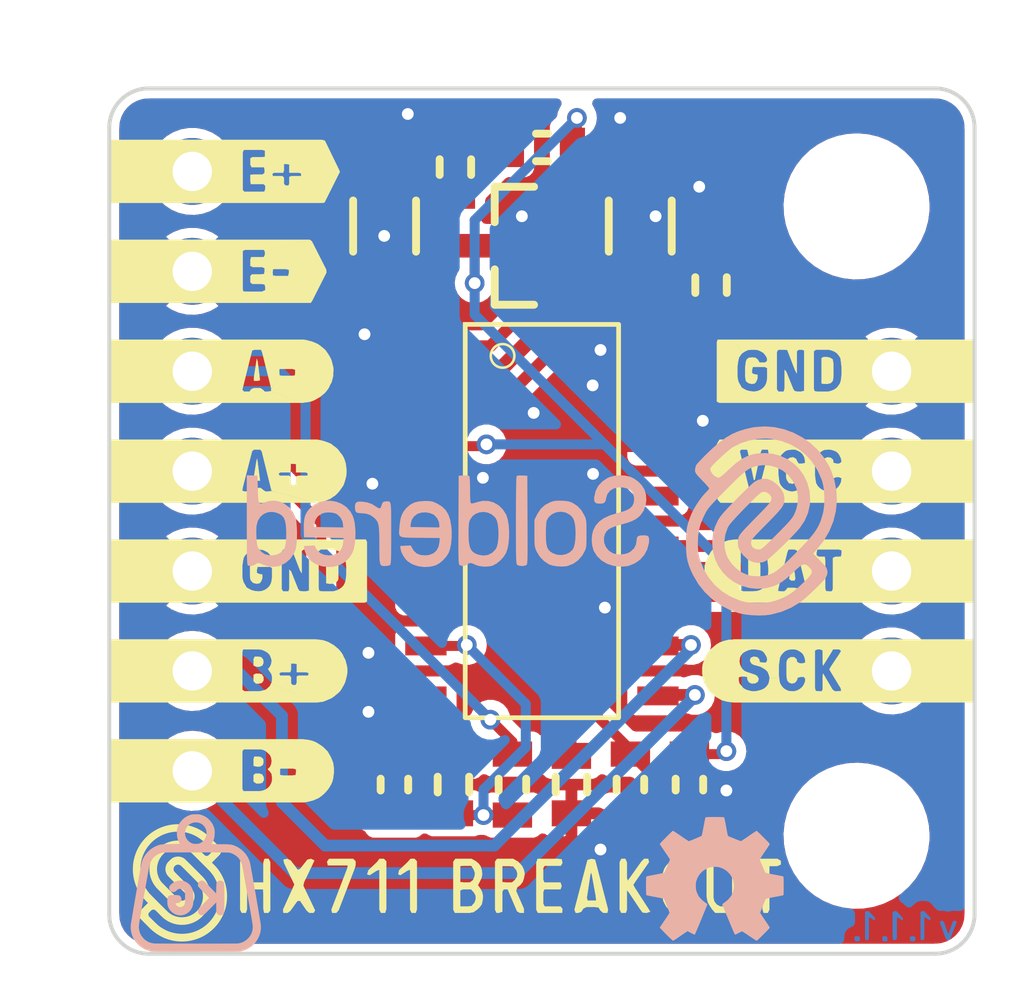
<source format=kicad_pcb>
(kicad_pcb (version 20210623) (generator pcbnew)
  (title_block (title "HX711 breakout") (date "2021-06-30") (rev "V1.1.1.") (company "SOLDERED") (comment 1 "333005"))
  (layers (0 "F.Cu" signal) (31 "B.Cu" signal) (34 "B.Paste" user) (35 "F.Paste" user) (36 "B.SilkS" user "B.Silkscreen") (37 "F.SilkS" user "F.Silkscreen") (38 "B.Mask" user) (39 "F.Mask" user) (44 "Edge.Cuts" user))
  (net 0 "")
  (net 1 "Net-(C1-Pad2)")
  (net 2 "GND")
  (net 3 "Net-(C3-Pad2)")
  (net 4 "Net-(C4-Pad2)")
  (net 5 "Net-(C4-Pad1)")
  (net 6 "Net-(K1-Pad3)")
  (net 7 "Net-(K1-Pad2)")
  (net 8 "Net-(K2-Pad2)")
  (net 9 "Net-(K2-Pad1)")
  (net 10 "VCC")
  (net 11 "Net-(K3-Pad2)")
  (net 12 "Net-(K3-Pad1)")
  (net 13 "Net-(Q1-Pad1)")
  (net 14 "Net-(R3-Pad1)")
  (net 16 "Net-(Q1-Pad3)")
  (footprint "e-radionica.com footprinti:0603R" (layer "F.Cu") (at 61.25 148.1 -90)
    (fp_text reference "R2")
    (fp_text value "100R")
    (pad "1" smd rect locked (at -0.775 0) (size 1 0.64) (layers "F.Cu" "F.Paste" "F.Mask") (net 5 "Net-(C4-Pad1)"))
    (pad "2" smd rect locked (at 0.775 0) (size 1 0.64) (layers "F.Cu" "F.Paste" "F.Mask") (net 7 "Net-(K1-Pad2)"))
  )
  (footprint "buzzardLabel" (layer "F.Cu") (at 53.6 137.59)
    (fp_text reference "" (at 0 0) (layer "F.SilkS") (effects (font (size 1.27 1.27))))
    (fp_text value "" (at 0 0) (layer "F.SilkS") (effects (font (size 1.27 1.27))))
  )
  (footprint "e-radionica.com footprinti:SOP-16" (layer "F.Cu") (at 65 141.4)
    (fp_text reference "U1")
    (fp_text value "HX711")
    (pad "1" smd rect locked (at -2.95 -4.445) (size 1.05 0.48) (layers "F.Cu" "F.Paste" "F.Mask") (net 10 "VCC"))
    (pad "2" smd rect locked (at -2.95 -3.175) (size 1.05 0.48) (layers "F.Cu" "F.Paste" "F.Mask") (net 13 "Net-(Q1-Pad1)"))
    (pad "3" smd rect locked (at -2.95 -1.905) (size 1.05 0.48) (layers "F.Cu" "F.Paste" "F.Mask") (net 16 "Net-(Q1-Pad3)"))
    (pad "4" smd rect locked (at -2.95 -0.635) (size 1.05 0.48) (layers "F.Cu" "F.Paste" "F.Mask") (net 14 "Net-(R3-Pad1)"))
    (pad "5" smd rect locked (at -2.95 0.635) (size 1.05 0.48) (layers "F.Cu" "F.Paste" "F.Mask") (net 2 "GND"))
    (pad "6" smd rect locked (at -2.95 1.905) (size 1.05 0.48) (layers "F.Cu" "F.Paste" "F.Mask") (net 3 "Net-(C3-Pad2)"))
    (pad "7" smd rect locked (at -2.95 3.175) (size 1.05 0.48) (layers "F.Cu" "F.Paste" "F.Mask") (net 4 "Net-(C4-Pad2)"))
    (pad "8" smd rect locked (at -2.95 4.445) (size 1.05 0.48) (layers "F.Cu" "F.Paste" "F.Mask") (net 5 "Net-(C4-Pad1)"))
    (pad "9" smd rect locked (at 2.95 4.445) (size 1.05 0.48) (layers "F.Cu" "F.Paste" "F.Mask") (net 9 "Net-(K2-Pad1)"))
    (pad "10" smd rect locked (at 2.95 3.175) (size 1.05 0.48) (layers "F.Cu" "F.Paste" "F.Mask") (net 8 "Net-(K2-Pad2)"))
    (pad "11" smd rect locked (at 2.95 1.905) (size 1.05 0.48) (layers "F.Cu" "F.Paste" "F.Mask") (net 12 "Net-(K3-Pad1)"))
    (pad "12" smd rect locked (at 2.95 0.635) (size 1.05 0.48) (layers "F.Cu" "F.Paste" "F.Mask") (net 11 "Net-(K3-Pad2)"))
    (pad "13" smd rect locked (at 2.95 -0.635) (size 1.05 0.48) (layers "F.Cu" "F.Paste" "F.Mask"))
    (pad "14" smd rect locked (at 2.95 -1.905) (size 1.05 0.48) (layers "F.Cu" "F.Paste" "F.Mask") (net 2 "GND"))
    (pad "15" smd rect locked (at 2.95 -3.175) (size 1.05 0.48) (layers "F.Cu" "F.Paste" "F.Mask") (net 2 "GND"))
    (pad "16" smd rect locked (at 2.95 -4.445) (size 1.05 0.48) (layers "F.Cu" "F.Paste" "F.Mask") (net 10 "VCC"))
  )
  (footprint "Soldered Graphics:Logo-Front-Soldered-3mm" (layer "F.Cu") (at 55.8 150.6)
    (fp_text reference "G***" hide)
    (fp_text value "LOGO" hide)
  )
  (footprint "buzzardLabel" (layer "F.Cu") (at 53.6 142.67)
    (fp_text reference "" (at 0 0) (layer "F.SilkS") (effects (font (size 1.27 1.27))))
    (fp_text value "" (at 0 0) (layer "F.SilkS") (effects (font (size 1.27 1.27))))
  )
  (footprint "e-radionica.com footprinti:FIDUCIAL_23" (layer "F.Cu") (at 65.4 141.9)
    (fp_text reference "FD1")
    (fp_text value "FIDUCIAL")
    (fp_circle (center 0 0) (end 1 0) (layer "F.Cu") (width 0.2) (fill none))
    (pad "1" smd circle (at 0 0) (size 1 1) (layers "F.Cu" "F.Paste" "F.Mask") (clearance 1.1))
  )
  (footprint "e-radionica.com footprinti:HOLE_3.2mm" (layer "F.Cu") (at 73 133.4)
    (fp_text reference "H2" hide)
    (fp_text value "HOLE_3.2mm" hide)
    (pad "" np_thru_hole circle locked (at 0 0) (size 3.2 3.2) (drill 3.2) (layers F&B.Cu *.Mask))
  )
  (footprint "e-radionica.com footprinti:0603R" (layer "F.Cu") (at 68.75 148.1 90)
    (fp_text reference "R3")
    (fp_text value "20k")
    (pad "1" smd rect locked (at -0.775 0 180) (size 1 0.64) (layers "F.Cu" "F.Paste" "F.Mask") (net 14 "Net-(R3-Pad1)"))
    (pad "2" smd rect locked (at 0.775 0 180) (size 1 0.64) (layers "F.Cu" "F.Paste" "F.Mask") (net 16 "Net-(Q1-Pad3)"))
  )
  (footprint "buzzardLabel" (layer "F.Cu") (at 76.4 142.67)
    (fp_text reference "" (at 0 0) (layer "F.SilkS") (effects (font (size 1.27 1.27))))
    (fp_text value "" (at 0 0) (layer "F.SilkS") (effects (font (size 1.27 1.27))))
  )
  (footprint "buzzardLabel" (layer "F.Cu") (at 53.6 140.13)
    (fp_text reference "" (at 0 0) (layer "F.SilkS") (effects (font (size 1.27 1.27))))
    (fp_text value "" (at 0 0) (layer "F.SilkS") (effects (font (size 1.27 1.27))))
  )
  (footprint "e-radionica.com footprinti:0603R" (layer "F.Cu") (at 64.25 148.1 90)
    (fp_text reference "R1")
    (fp_text value "100R")
    (pad "1" smd rect locked (at -0.775 0 180) (size 1 0.64) (layers "F.Cu" "F.Paste" "F.Mask") (net 4 "Net-(C4-Pad2)"))
    (pad "2" smd rect locked (at 0.775 0 180) (size 1 0.64) (layers "F.Cu" "F.Paste" "F.Mask") (net 6 "Net-(K1-Pad3)"))
  )
  (footprint "buzzardLabel" (layer "F.Cu") (at 53.6 145.21)
    (fp_text reference "" (at 0 0) (layer "F.SilkS") (effects (font (size 1.27 1.27))))
    (fp_text value "" (at 0 0) (layer "F.SilkS") (effects (font (size 1.27 1.27))))
  )
  (footprint "buzzardLabel" (layer "F.Cu") (at 76.4 137.59)
    (fp_text reference "" (at 0 0) (layer "F.SilkS") (effects (font (size 1.27 1.27))))
    (fp_text value "" (at 0 0) (layer "F.SilkS") (effects (font (size 1.27 1.27))))
  )
  (footprint "e-radionica.com footprinti:0603C" (layer "F.Cu") (at 69.3 135.4 -90)
    (fp_text reference "C5")
    (fp_text value "100nF")
    (pad "1" smd rect locked (at -0.73 0 270) (size 0.66 1) (layers "F.Cu" "F.Paste" "F.Mask") (net 2 "GND"))
    (pad "2" smd rect locked (at 0.73 0 270) (size 0.66 1) (layers "F.Cu" "F.Paste" "F.Mask") (net 10 "VCC"))
  )
  (footprint "e-radionica.com footprinti:1206C" (layer "F.Cu") (at 61 133.9 90)
    (fp_text reference "C2")
    (fp_text value "10uF")
    (pad "1" smd rect locked (at -1.525 0 180) (size 1.75 1) (layers "F.Cu" "F.Paste" "F.Mask") (net 2 "GND"))
    (pad "2" smd rect locked (at 1.525 0 180) (size 1.75 1) (layers "F.Cu" "F.Paste" "F.Mask") (net 1 "Net-(C1-Pad2)"))
  )
  (footprint "e-radionica.com footprinti:0603R" (layer "F.Cu") (at 65 131.9 180)
    (fp_text reference "R5")
    (fp_text value "10R")
    (pad "1" smd rect locked (at -0.775 0 270) (size 1 0.64) (layers "F.Cu" "F.Paste" "F.Mask") (net 16 "Net-(Q1-Pad3)"))
    (pad "2" smd rect locked (at 0.775 0 270) (size 1 0.64) (layers "F.Cu" "F.Paste" "F.Mask") (net 1 "Net-(C1-Pad2)"))
  )
  (footprint "Soldered Graphics:Logo-Back-SolderedFULL-15mm" (layer "F.Cu") (at 65 141.4)
    (fp_text reference "REF**" hide)
    (fp_text value "Logo-Front-SolderedFULL-15mm" hide)
  )
  (footprint "buzzardLabel" (layer "F.Cu") (at 76.4 145.21)
    (fp_text reference "" (at 0 0) (layer "F.SilkS") (effects (font (size 1.27 1.27))))
    (fp_text value "" (at 0 0) (layer "F.SilkS") (effects (font (size 1.27 1.27))))
  )
  (footprint "buzzardLabel" (layer "F.Cu") (at 53.6 132.51)
    (fp_text reference "" (at 0 0) (layer "F.SilkS") (effects (font (size 1.27 1.27))))
    (fp_text value "" (at 0 0) (layer "F.SilkS") (effects (font (size 1.27 1.27))))
  )
  (footprint "e-radionica.com footprinti:HOLE_3.2mm" (layer "F.Cu") (at 73 149.4)
    (fp_text reference "H1" hide)
    (fp_text value "HOLE_3.2mm" hide)
    (pad "" np_thru_hole circle locked (at 0 0) (size 3.2 3.2) (drill 3.2) (layers F&B.Cu *.Mask))
  )
  (footprint "buzzardLabel" (layer "F.Cu") (at 64.2 150.7)
    (fp_text reference "" (at 0 0) (layer "F.SilkS") (effects (font (size 1.27 1.27))))
    (fp_text value "" (at 0 0) (layer "F.SilkS") (effects (font (size 1.27 1.27))))
  )
  (footprint "Soldered Graphics:Logo-Back-OSH-3.5mm" (layer "F.Cu") (at 69.4 150.5)
    (fp_text reference "G***" hide)
    (fp_text value "LOGO" hide)
  )
  (footprint "buzzardLabel" (layer "F.Cu") (at 76.4 140.13)
    (fp_text reference "" (at 0 0) (layer "F.SilkS") (effects (font (size 1.27 1.27))))
    (fp_text value "" (at 0 0) (layer "F.SilkS") (effects (font (size 1.27 1.27))))
  )
  (footprint "e-radionica.com footprinti:0603C" (layer "F.Cu") (at 65.75 148.1 90)
    (fp_text reference "C3")
    (fp_text value "100nF")
    (pad "1" smd rect locked (at -0.73 0 90) (size 0.66 1) (layers "F.Cu" "F.Paste" "F.Mask") (net 2 "GND"))
    (pad "2" smd rect locked (at 0.73 0 90) (size 0.66 1) (layers "F.Cu" "F.Paste" "F.Mask") (net 3 "Net-(C3-Pad2)"))
  )
  (footprint "e-radionica.com footprinti:SOT-23-3" (layer "F.Cu") (at 64.5 134.4 180)
    (fp_text reference "Q1")
    (fp_text value "MMBT4403")
    (pad "1" smd rect locked (at -1.2 -0.95 270) (size 0.6 1) (layers "F.Cu" "F.Paste" "F.Mask") (net 13 "Net-(Q1-Pad1)"))
    (pad "2" smd rect locked (at -1.2 0.95 270) (size 0.6 1) (layers "F.Cu" "F.Paste" "F.Mask") (net 10 "VCC"))
    (pad "3" smd rect locked (at 1.2 0 270) (size 0.6 1) (layers "F.Cu" "F.Paste" "F.Mask") (net 16 "Net-(Q1-Pad3)"))
  )
  (footprint "buzzardLabel" (layer "F.Cu") (at 53.6 135.05)
    (fp_text reference "" (at 0 0) (layer "F.SilkS") (effects (font (size 1.27 1.27))))
    (fp_text value "" (at 0 0) (layer "F.SilkS") (effects (font (size 1.27 1.27))))
  )
  (footprint "e-radionica.com footprinti:0603C" (layer "F.Cu") (at 62.8 132.4 -90)
    (fp_text reference "C1")
    (fp_text value "100nF")
    (pad "1" smd rect locked (at -0.73 0 270) (size 0.66 1) (layers "F.Cu" "F.Paste" "F.Mask") (net 2 "GND"))
    (pad "2" smd rect locked (at 0.73 0 270) (size 0.66 1) (layers "F.Cu" "F.Paste" "F.Mask") (net 1 "Net-(C1-Pad2)"))
  )
  (footprint "e-radionica.com footprinti:0603C" (layer "F.Cu") (at 62.75 148.1 -90)
    (fp_text reference "C4")
    (fp_text value "100nF")
    (pad "1" smd rect locked (at -0.73 0 270) (size 0.66 1) (layers "F.Cu" "F.Paste" "F.Mask") (net 5 "Net-(C4-Pad1)"))
    (pad "2" smd rect locked (at 0.73 0 270) (size 0.66 1) (layers "F.Cu" "F.Paste" "F.Mask") (net 4 "Net-(C4-Pad2)"))
  )
  (footprint "e-radionica.com footprinti:1206C" (layer "F.Cu") (at 67.5 133.9 -90)
    (fp_text reference "C6")
    (fp_text value "10uF")
    (pad "1" smd rect locked (at -1.525 0) (size 1.75 1) (layers "F.Cu" "F.Paste" "F.Mask") (net 2 "GND"))
    (pad "2" smd rect locked (at 1.525 0) (size 1.75 1) (layers "F.Cu" "F.Paste" "F.Mask") (net 10 "VCC"))
  )
  (footprint "e-radionica.com footprinti:0603R" (layer "F.Cu") (at 67.25 148.1 90)
    (fp_text reference "R4")
    (fp_text value "8.2k")
    (pad "1" smd rect locked (at -0.775 0 180) (size 1 0.64) (layers "F.Cu" "F.Paste" "F.Mask") (net 2 "GND"))
    (pad "2" smd rect locked (at 0.775 0 180) (size 1 0.64) (layers "F.Cu" "F.Paste" "F.Mask") (net 14 "Net-(R3-Pad1)"))
  )
  (footprint "buzzardLabel" (layer "F.Cu") (at 53.6 147.75)
    (fp_text reference "" (at 0 0) (layer "F.SilkS") (effects (font (size 1.27 1.27))))
    (fp_text value "" (at 0 0) (layer "F.SilkS") (effects (font (size 1.27 1.27))))
  )
  (footprint "e-radionica.com footprinti:HEADER_MALE_5X1" (layer "B.Cu") (at 56.11 137.59 90)
    (fp_text reference "K1")
    (fp_text value "HEADER_MALE_5X1")
    (pad "1" thru_hole circle locked (at -5.08 0 90) (size 1.7 1.7) (drill 1) (layers *.Cu *.Mask) (net 2 "GND"))
    (pad "2" thru_hole circle locked (at -2.54 0 90) (size 1.7 1.7) (drill 1) (layers *.Cu *.Mask) (net 7 "Net-(K1-Pad2)"))
    (pad "3" thru_hole circle locked (at 0 0 90) (size 1.7 1.7) (drill 1) (layers *.Cu *.Mask) (net 6 "Net-(K1-Pad3)"))
    (pad "4" thru_hole circle locked (at 2.54 0 90) (size 1.7 1.7) (drill 1) (layers *.Cu *.Mask) (net 2 "GND"))
    (pad "5" thru_hole circle locked (at 5.08 0 90) (size 1.7 1.7) (drill 1) (layers *.Cu *.Mask) (net 1 "Net-(C1-Pad2)"))
  )
  (footprint "Soldered Graphics:Symbol-Front-Scale" (layer "B.Cu") (at 56.2 150.6 180)
    (fp_text reference "G***" hide)
    (fp_text value "LOGO" hide)
  )
  (footprint "Soldered Graphics:Version1.1.1." (layer "B.Cu") (at 74.2 151.7 180)
    (fp_text reference "REF**" hide)
    (fp_text value "Version1.1.1." hide)
    (fp_poly (pts (xy -0.27 -0.38) (xy -0.22 -0.38) (xy -0.17 -0.37) (xy -0.16 -0.33) (xy -0.16 -0.27) (xy -0.21 -0.26) (xy -0.26 -0.26) (xy -0.29 -0.29) (xy -0.29 -0.34) (xy -0.27 -0.38)) (layer "B.Cu") (width 0.01) (fill solid))
    (fp_poly (pts (xy 0.91 -0.35) (xy 0.96 -0.35) (xy 0.98 -0.31) (xy 0.98 0.35) (xy 0.95 0.38) (xy 0.89 0.38) (xy 0.86 0.34) (xy 0.74 0.22) (xy 0.73 0.17) (xy 0.76 0.16) (xy 0.85 0.22) (xy 0.89 0.23) (xy 0.89 -0.31) (xy 0.91 -0.35)) (layer "B.Cu") (width 0.01) (fill solid))
    (fp_poly (pts (xy 0.21 -0.35) (xy 0.26 -0.35) (xy 0.28 -0.31) (xy 0.28 0.35) (xy 0.24 0.38) (xy 0.19 0.38) (xy 0.15 0.34) (xy 0.04 0.22) (xy 0.02 0.17) (xy 0.05 0.16) (xy 0.14 0.22) (xy 0.18 0.23) (xy 0.18 -0.31) (xy 0.21 -0.35)) (layer "B.Cu") (width 0.01) (fill solid))
    (fp_poly (pts (xy -1.15 -0.35) (xy -1.1 -0.35) (xy -1.07 -0.31) (xy -0.92 0.1) (xy -0.94 0.13) (xy -0.99 0.13) (xy -1.02 0.1) (xy -1.11 -0.16) (xy -1.13 -0.21) (xy -1.15 -0.17) (xy -1.24 0.09) (xy -1.26 0.13) (xy -1.32 0.13) (xy -1.34 0.1) (xy -1.18 -0.31) (xy -1.15 -0.35)) (layer "B.Cu") (width 0.01) (fill solid))
    (fp_poly (pts (xy -0.5 -0.35) (xy -0.44 -0.35) (xy -0.43 -0.31) (xy -0.43 0.35) (xy -0.46 0.38) (xy -0.52 0.38) (xy -0.55 0.34) (xy -0.67 0.22) (xy -0.68 0.17) (xy -0.65 0.16) (xy -0.56 0.22) (xy -0.52 0.23) (xy -0.52 -0.31) (xy -0.5 -0.35)) (layer "B.Cu") (width 0.01) (fill solid))
    (fp_poly (pts (xy 1.14 -0.38) (xy 1.19 -0.38) (xy 1.24 -0.37) (xy 1.25 -0.33) (xy 1.25 -0.27) (xy 1.2 -0.26) (xy 1.15 -0.26) (xy 1.12 -0.29) (xy 1.12 -0.34) (xy 1.14 -0.38)) (layer "B.Cu") (width 0.01) (fill solid))
    (fp_poly (pts (xy 0.43 -0.38) (xy 0.48 -0.38) (xy 0.54 -0.37) (xy 0.54 -0.33) (xy 0.54 -0.27) (xy 0.5 -0.26) (xy 0.45 -0.26) (xy 0.42 -0.29) (xy 0.42 -0.34) (xy 0.43 -0.38)) (layer "B.Cu") (width 0.01) (fill solid))
  )
  (footprint "e-radionica.com footprinti:HEADER_MALE_2X1" (layer "B.Cu") (at 56.11 146.48 90)
    (fp_text reference "K2")
    (fp_text value "HEADER_MALE_2X1")
    (pad "1" thru_hole circle locked (at -1.27 0 90) (size 1.524 1.524) (drill 1) (layers *.Cu *.Mask) (net 9 "Net-(K2-Pad1)"))
    (pad "2" thru_hole circle locked (at 1.27 0 90) (size 1.524 1.524) (drill 1) (layers *.Cu *.Mask) (net 8 "Net-(K2-Pad2)"))
  )
  (footprint "e-radionica.com footprinti:HEADER_MALE_4X1" (layer "B.Cu") (at 73.89 141.4 90)
    (fp_text reference "K3")
    (fp_text value "HEADER_MALE_4X1")
    (pad "1" thru_hole circle locked (at -3.81 0 90) (size 1.7 1.7) (drill 1) (layers *.Cu *.Mask) (net 12 "Net-(K3-Pad1)"))
    (pad "2" thru_hole circle locked (at -1.27 0 90) (size 1.7 1.7) (drill 1) (layers *.Cu *.Mask) (net 11 "Net-(K3-Pad2)"))
    (pad "3" thru_hole circle locked (at 1.27 0 90) (size 1.7 1.7) (drill 1) (layers *.Cu *.Mask) (net 10 "VCC"))
    (pad "4" thru_hole circle locked (at 3.81 0 90) (size 1.7 1.7) (drill 1) (layers *.Cu *.Mask) (net 2 "GND"))
  )
  (gr_arc (start 55 151.4) (end 55 152.4) (angle 90) (layer "Edge.Cuts") (width 0.1))
  (gr_arc (start 75 131.4) (end 75 130.4) (angle 90) (layer "Edge.Cuts") (width 0.1))
  (gr_arc (start 55 131.4) (end 54 131.4) (angle 90) (layer "Edge.Cuts") (width 0.1))
  (gr_line (start 54 131.4) (end 54 151.4) (layer "Edge.Cuts") (width 0.1))
  (gr_line (start 55 152.4) (end 75 152.4) (layer "Edge.Cuts") (width 0.1))
  (gr_arc (start 75 151.4) (end 75 152.4) (angle -90) (layer "Edge.Cuts") (width 0.1))
  (gr_line (start 76 151.4) (end 76 131.4) (layer "Edge.Cuts") (width 0.1))
  (gr_line (start 75 130.4) (end 55 130.4) (layer "Edge.Cuts") (width 0.1))
  (segment (start 62.27 133.13) (end 61.515 132.375) (width 0.3) (layer "F.Cu") (net 1))
  (segment (start 61.515 132.375) (end 61 132.375) (width 0.3) (layer "F.Cu") (net 1))
  (segment (start 62.8 133.13) (end 63.06 133.13) (width 0.3) (layer "F.Cu") (net 1))
  (segment (start 63.06 133.13) (end 64.29 131.9) (width 0.3) (layer "F.Cu") (net 1))
  (segment (start 56.11 132.51) (end 60.865 132.51) (width 0.3) (layer "F.Cu") (net 1))
  (segment (start 60.865 132.51) (end 61 132.375) (width 0.3) (layer "F.Cu") (net 1))
  (segment (start 62.8 133.13) (end 62.27 133.13) (width 0.3) (layer "F.Cu") (net 1))
  (via (at 66.3 140.2) (size 0.5) (drill 0.3) (layers "F.Cu" "B.Cu") (net 2))
  (via (at 69.69 148.25) (size 0.5) (drill 0.3) (layers "F.Cu" "B.Cu") (net 2))
  (via (at 64.79 138.65) (size 0.5) (drill 0.3) (layers "F.Cu" "B.Cu") (net 2))
  (via (at 66.29 137.95) (size 0.5) (drill 0.3) (layers "F.Cu" "B.Cu") (net 2))
  (via (at 63.5 140.3) (size 0.5) (drill 0.3) (layers "F.Cu" "B.Cu") (net 2))
  (via (at 61.59 131.05) (size 0.5) (drill 0.3) (layers "F.Cu" "B.Cu") (net 2))
  (via (at 69.09 138.85) (size 0.5) (drill 0.3) (layers "F.Cu" "B.Cu") (net 2))
  (via (at 60.59 146.25) (size 0.5) (drill 0.3) (layers "F.Cu" "B.Cu") (net 2))
  (via (at 60.69 140.45) (size 0.5) (drill 0.3) (layers "F.Cu" "B.Cu") (net 2))
  (via (at 60.49 136.65) (size 0.5) (drill 0.3) (layers "F.Cu" "B.Cu") (net 2))
  (via (at 60.59 144.75) (size 0.5) (drill 0.3) (layers "F.Cu" "B.Cu") (net 2))
  (via (at 60.99 134.15) (size 0.5) (drill 0.3) (layers "F.Cu" "B.Cu") (net 2))
  (via (at 66.49 149.75) (size 0.5) (drill 0.3) (layers "F.Cu" "B.Cu") (net 2))
  (via (at 66.6 143.6) (size 0.5) (drill 0.3) (layers "F.Cu" "B.Cu") (net 2))
  (via (at 64.49 133.65) (size 0.5) (drill 0.3) (layers "F.Cu" "B.Cu") (net 2))
  (via (at 66.99 131.15) (size 0.5) (drill 0.3) (layers "F.Cu" "B.Cu") (net 2))
  (via (at 67.89 133.65) (size 0.5) (drill 0.3) (layers "F.Cu" "B.Cu") (net 2))
  (via (at 66.49 137.05) (size 0.5) (drill 0.3) (layers "F.Cu" "B.Cu") (net 2))
  (via (at 69 132.9) (size 0.5) (drill 0.3) (layers "F.Cu" "B.Cu") (net 2))
  (segment (start 65.75 145.61) (end 63.445 143.305) (width 0.254) (layer "F.Cu") (net 3))
  (segment (start 63.445 143.305) (end 62.05 143.305) (width 0.254) (layer "F.Cu") (net 3))
  (segment (start 65.75 147.37) (end 65.75 145.61) (width 0.254) (layer "F.Cu") (net 3))
  (segment (start 63.09 144.55) (end 63.065 144.575) (width 0.254) (layer "F.Cu") (net 4))
  (segment (start 62.795 148.875) (end 62.75 148.83) (width 0.254) (layer "F.Cu") (net 4))
  (segment (start 63.065 144.575) (end 62.05 144.575) (width 0.254) (layer "F.Cu") (net 4))
  (segment (start 64.25 148.875) (end 62.795 148.875) (width 0.254) (layer "F.Cu") (net 4))
  (via (at 63.515 148.875) (size 0.5) (drill 0.3) (layers "F.Cu" "B.Cu") (net 4))
  (via (at 63.09 144.55) (size 0.5) (drill 0.3) (layers "F.Cu" "B.Cu") (net 4))
  (segment (start 64.59 146.05) (end 64.59 147.15) (width 0.254) (layer "B.Cu") (net 4))
  (segment (start 63.09 144.55) (end 64.59 146.05) (width 0.254) (layer "B.Cu") (net 4))
  (segment (start 63.515 148.225) (end 63.515 148.875) (width 0.254) (layer "B.Cu") (net 4))
  (segment (start 64.59 147.15) (end 63.515 148.225) (width 0.254) (layer "B.Cu") (net 4))
  (segment (start 62.05 145.91) (end 62.79 146.65) (width 0.254) (layer "F.Cu") (net 5))
  (segment (start 61.25 147.325) (end 62.705 147.325) (width 0.254) (layer "F.Cu") (net 5))
  (segment (start 62.79 147.33) (end 62.75 147.37) (width 0.254) (layer "F.Cu") (net 5))
  (segment (start 62.79 146.65) (end 62.79 147.33) (width 0.254) (layer "F.Cu") (net 5))
  (segment (start 62.705 147.325) (end 62.75 147.37) (width 0.254) (layer "F.Cu") (net 5))
  (segment (start 62.05 145.845) (end 62.05 145.91) (width 0.254) (layer "F.Cu") (net 5))
  (segment (start 64.25 147.325) (end 64.25 147.01) (width 0.254) (layer "F.Cu") (net 6))
  (segment (start 64.25 147.01) (end 63.69 146.45) (width 0.254) (layer "F.Cu") (net 6))
  (via (at 63.69 146.45) (size 0.5) (drill 0.3) (layers "F.Cu" "B.Cu") (net 6))
  (segment (start 58.33 137.59) (end 56.11 137.59) (width 0.254) (layer "B.Cu") (net 6))
  (segment (start 63.69 146.45) (end 58.99 141.75) (width 0.254) (layer "B.Cu") (net 6))
  (segment (start 58.99 138.25) (end 58.33 137.59) (width 0.254) (layer "B.Cu") (net 6))
  (segment (start 58.99 141.75) (end 58.99 138.25) (width 0.254) (layer "B.Cu") (net 6))
  (segment (start 60.515 148.875) (end 59.39 147.75) (width 0.254) (layer "F.Cu") (net 7))
  (segment (start 59.39 141.45) (end 58.07 140.13) (width 0.254) (layer "F.Cu") (net 7))
  (segment (start 59.39 147.75) (end 59.39 141.45) (width 0.254) (layer "F.Cu") (net 7))
  (segment (start 61.25 148.875) (end 60.515 148.875) (width 0.254) (layer "F.Cu") (net 7))
  (segment (start 58.07 140.13) (end 56.11 140.13) (width 0.254) (layer "F.Cu") (net 7))
  (segment (start 68.79 144.55) (end 67.975 144.55) (width 0.3) (layer "F.Cu") (net 8))
  (segment (start 67.975 144.55) (end 67.95 144.575) (width 0.3) (layer "F.Cu") (net 8))
  (via (at 68.79 144.55) (size 0.5) (drill 0.3) (layers "F.Cu" "B.Cu") (net 8))
  (segment (start 58.39 148.55) (end 58.39 146.35) (width 0.3) (layer "B.Cu") (net 8))
  (segment (start 68.79 144.65) (end 63.79 149.65) (width 0.3) (layer "B.Cu") (net 8))
  (segment (start 57.25 145.21) (end 56.11 145.21) (width 0.3) (layer "B.Cu") (net 8))
  (segment (start 58.39 146.35) (end 57.25 145.21) (width 0.3) (layer "B.Cu") (net 8))
  (segment (start 59.49 149.65) (end 58.39 148.55) (width 0.3) (layer "B.Cu") (net 8))
  (segment (start 63.79 149.65) (end 59.49 149.65) (width 0.3) (layer "B.Cu") (net 8))
  (segment (start 68.79 144.55) (end 68.79 144.65) (width 0.3) (layer "B.Cu") (net 8))
  (segment (start 68.89 145.82) (end 67.975 145.82) (width 0.3) (layer "F.Cu") (net 9))
  (segment (start 67.975 145.82) (end 67.95 145.845) (width 0.3) (layer "F.Cu") (net 9))
  (via (at 68.89 145.82) (size 0.5) (drill 0.3) (layers "F.Cu" "B.Cu") (net 9))
  (segment (start 64.39 150.35) (end 58.71 150.35) (width 0.3) (layer "B.Cu") (net 9))
  (segment (start 68.89 145.85) (end 64.39 150.35) (width 0.3) (layer "B.Cu") (net 9))
  (segment (start 58.71 150.35) (end 56.11 147.75) (width 0.3) (layer "B.Cu") (net 9))
  (segment (start 68.89 145.82) (end 68.89 145.85) (width 0.3) (layer "B.Cu") (net 9))
  (segment (start 69.3 136.13) (end 69.01 136.13) (width 0.3) (layer "F.Cu") (net 10))
  (segment (start 67.5 135.425) (end 67.5 134.66) (width 0.3) (layer "F.Cu") (net 10))
  (segment (start 65.7 133.64) (end 65.7 133.45) (width 0.3) (layer "F.Cu") (net 10))
  (segment (start 74.5 140.13) (end 73.81 140.13) (width 0.3) (layer "F.Cu") (net 10))
  (segment (start 73.89 140.13) (end 73.3 140.13) (width 0.3) (layer "F.Cu") (net 10))
  (segment (start 68 135.325) (end 68 136.905) (width 0.3) (layer "F.Cu") (net 10))
  (segment (start 68 136.905) (end 67.95 136.955) (width 0.3) (layer "F.Cu") (net 10))
  (segment (start 67.5 134.66) (end 66.29 133.45) (width 0.3) (layer "F.Cu") (net 10))
  (segment (start 68.005 135.32) (end 68 135.325) (width 0.3) (layer "F.Cu") (net 10))
  (segment (start 62.05 136.955) (end 63.685 136.955) (width 0.3) (layer "F.Cu") (net 10))
  (segment (start 69.01 136.13) (end 68.185 136.955) (width 0.3) (layer "F.Cu") (net 10))
  (segment (start 63.685 136.955) (end 64.79 135.85) (width 0.3) (layer "F.Cu") (net 10))
  (segment (start 68.185 136.955) (end 67.95 136.955) (width 0.3) (layer "F.Cu") (net 10))
  (segment (start 64.79 134.55) (end 65.7 133.64) (width 0.3) (layer "F.Cu") (net 10))
  (segment (start 73.3 140.13) (end 69.3 136.13) (width 0.3) (layer "F.Cu") (net 10))
  (segment (start 64.79 135.85) (end 64.79 134.55) (width 0.3) (layer "F.Cu") (net 10))
  (segment (start 66.29 133.45) (end 65.7 133.45) (width 0.3) (layer "F.Cu") (net 10))
  (segment (start 72.3 142.72) (end 73.84 142.72) (width 0.3) (layer "F.Cu") (net 11))
  (segment (start 74.45 142.72) (end 74.5 142.67) (width 0.3) (layer "F.Cu") (net 11))
  (segment (start 67.95 142.035) (end 71.615 142.035) (width 0.3) (layer "F.Cu") (net 11))
  (segment (start 71.615 142.035) (end 72.3 142.72) (width 0.3) (layer "F.Cu") (net 11))
  (segment (start 73.84 142.72) (end 73.89 142.67) (width 0.3) (layer "F.Cu") (net 11))
  (segment (start 73.88 145.22) (end 73.89 145.21) (width 0.3) (layer "F.Cu") (net 12))
  (segment (start 70.985 143.305) (end 72.9 145.22) (width 0.3) (layer "F.Cu") (net 12))
  (segment (start 67.95 143.305) (end 70.985 143.305) (width 0.3) (layer "F.Cu") (net 12))
  (segment (start 72.9 145.22) (end 73.88 145.22) (width 0.3) (layer "F.Cu") (net 12))
  (segment (start 74.49 145.22) (end 74.5 145.21) (width 0.3) (layer "F.Cu") (net 12))
  (segment (start 65.7 136.64) (end 64.115 138.225) (width 0.3) (layer "F.Cu") (net 13))
  (segment (start 65.7 135.35) (end 65.7 136.64) (width 0.3) (layer "F.Cu") (net 13))
  (segment (start 64.115 138.225) (end 62.05 138.225) (width 0.3) (layer "F.Cu") (net 13))
  (segment (start 67.25 147.325) (end 67.25 147.21) (width 0.254) (layer "F.Cu") (net 14))
  (segment (start 68.75 148.81) (end 67.265 147.325) (width 0.254) (layer "F.Cu") (net 14))
  (segment (start 62.965 140.765) (end 62.05 140.765) (width 0.254) (layer "F.Cu") (net 14))
  (segment (start 63.6 141.4) (end 62.965 140.765) (width 0.254) (layer "F.Cu") (net 14))
  (segment (start 67.25 147.21) (end 66.20352 146.16352) (width 0.254) (layer "F.Cu") (net 14))
  (segment (start 66.20352 145.30352) (end 63.6 142.7) (width 0.254) (layer "F.Cu") (net 14))
  (segment (start 67.265 147.325) (end 67.25 147.325) (width 0.254) (layer "F.Cu") (net 14))
  (segment (start 66.20352 146.16352) (end 66.20352 145.30352) (width 0.254) (layer "F.Cu") (net 14))
  (segment (start 63.6 142.7) (end 63.6 141.4) (width 0.254) (layer "F.Cu") (net 14))
  (segment (start 68.75 148.875) (end 68.75 148.81) (width 0.254) (layer "F.Cu") (net 14))
  (segment (start 63.59 139.45) (end 63.545 139.495) (width 0.254) (layer "F.Cu") (net 16))
  (segment (start 65.89 131.76) (end 65.75 131.9) (width 0.254) (layer "F.Cu") (net 16))
  (segment (start 63.29 134.41) (end 63.3 134.4) (width 0.254) (layer "F.Cu") (net 16))
  (segment (start 68.75 147.325) (end 69.615 147.325) (width 0.254) (layer "F.Cu") (net 16))
  (segment (start 65.89 131.15) (end 65.89 131.76) (width 0.254) (layer "F.Cu") (net 16))
  (segment (start 69.615 147.325) (end 69.69 147.25) (width 0.254) (layer "F.Cu") (net 16))
  (segment (start 63.545 139.495) (end 62.05 139.495) (width 0.254) (layer "F.Cu") (net 16))
  (segment (start 63.29 135.35) (end 63.29 134.41) (width 0.254) (layer "F.Cu") (net 16))
  (via (at 63.29 135.35) (size 0.5) (drill 0.3) (layers "F.Cu" "B.Cu") (net 16))
  (via (at 65.89 131.15) (size 0.5) (drill 0.3) (layers "F.Cu" "B.Cu") (net 16))
  (via (at 69.69 147.25) (size 0.5) (drill 0.3) (layers "F.Cu" "B.Cu") (net 16))
  (via (at 63.59 139.45) (size 0.5) (drill 0.3) (layers "F.Cu" "B.Cu") (net 16))
  (segment (start 63.29 135.35) (end 63.29 133.75) (width 0.254) (layer "B.Cu") (net 16))
  (segment (start 66.59 139.45) (end 69.69 142.55) (width 0.254) (layer "B.Cu") (net 16))
  (segment (start 69.69 142.55) (end 69.69 147.25) (width 0.254) (layer "B.Cu") (net 16))
  (segment (start 63.29 133.75) (end 65.89 131.15) (width 0.254) (layer "B.Cu") (net 16))
  (segment (start 63.29 136.15) (end 63.29 135.35) (width 0.254) (layer "B.Cu") (net 16))
  (segment (start 66.59 139.45) (end 63.29 136.15) (width 0.254) (layer "B.Cu") (net 16))
  (segment (start 63.59 139.45) (end 66.59 139.45) (width 0.254) (layer "B.Cu") (net 16))
  (zone (net 2) (net_name "GND") (layers F&B.Cu) (connect_pads (clearance 0.254)) (min_thickness 0.254) (fill yes (thermal_gap 0.254) (thermal_bridge_width 0.3))
    (polygon (pts (xy 76 152.4) (xy 54 152.4) (xy 54 130.4) (xy 76 130.4)))
  )
)
</source>
